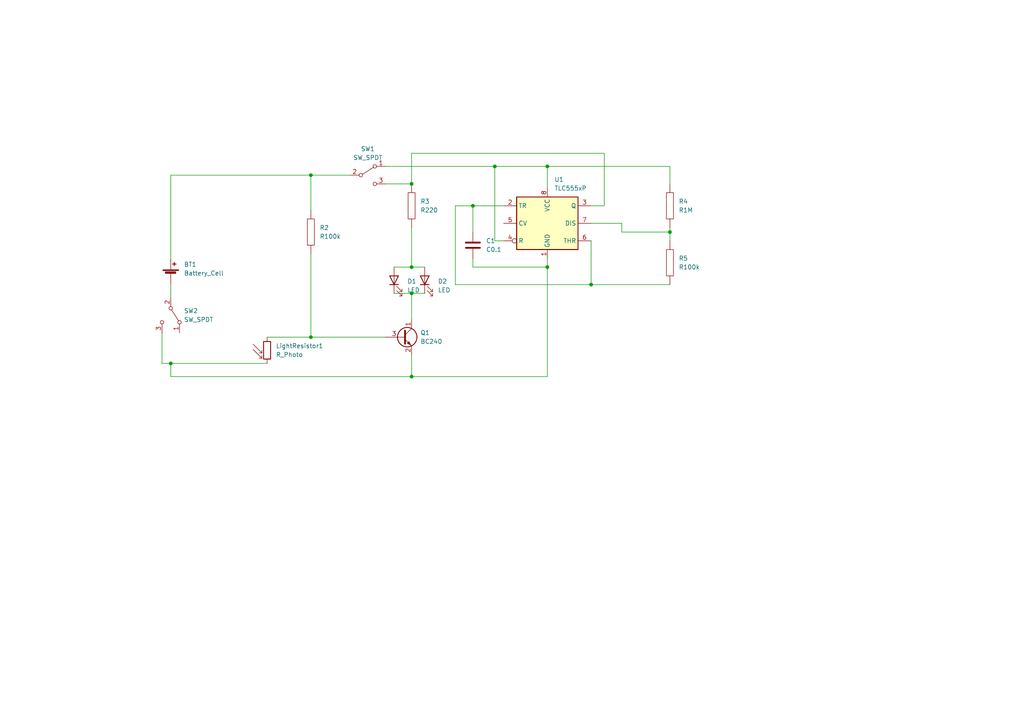
<source format=kicad_sch>
(kicad_sch (version 20211123) (generator eeschema)
  (paper "A4")
  (lib_symbols
    (symbol "Device:Battery_Cell" (pin_numbers hide) (pin_names (offset 0) hide)
      (property "Reference" "BT" (at 2.54 2.54 0))
      (property "Value" "Battery_Cell" (at 2.54 0 0))
      (symbol "Battery_Cell_0_1"
        (rectangle (start -2.286 1.778) (end 2.286 1.524) (fill (type outline)))
        (rectangle (start -1.5748 1.1938) (end 1.4732 0.6858) (fill (type outline)))
        (polyline (pts (xy 0 0.762) (xy 0 0)))
        (polyline (pts (xy 0 1.778) (xy 0 2.54)))
        (polyline (pts (xy 0.508 3.429) (xy 1.524 3.429)) (stroke (width 0.254)))
        (polyline (pts (xy 1.016 3.937) (xy 1.016 2.921)) (stroke (width 0.254)))
      )
      (symbol "Battery_Cell_1_1"
        (pin passive line (at 0 5.08 270) (length 2.54) (name "+") (number "1"))
        (pin passive line (at 0 -2.54 90) (length 2.54) (name "-") (number "2"))
      )
    )
    (symbol "Device:C" (pin_numbers hide) (pin_names (offset 0.254))
      (property "Reference" "C" (at 0.635 2.54 0))
      (property "Value" "C" (at 0.635 -2.54 0))
      (symbol "C_0_1"
        (polyline (pts (xy -2.032 -0.762) (xy 2.032 -0.762)) (stroke (width 0.508)))
        (polyline (pts (xy -2.032 0.762) (xy 2.032 0.762)) (stroke (width 0.508)))
      )
      (symbol "C_1_1"
        (pin passive line (at 0 3.81 270) (length 2.794) (name "~") (number "1"))
        (pin passive line (at 0 -3.81 90) (length 2.794) (name "~") (number "2"))
      )
    )
    (symbol "Device:LED" (pin_numbers hide) (pin_names (offset 1.016) hide)
      (property "Reference" "D" (at 0 2.54 0))
      (property "Value" "LED" (at 0 -2.54 0))
      (symbol "LED_0_1"
        (polyline (pts (xy -1.27 -1.27) (xy -1.27 1.27)) (stroke (width 0.254)))
        (polyline (pts (xy -1.27 0) (xy 1.27 0)))
        (polyline (pts (xy 1.27 -1.27) (xy 1.27 1.27) (xy -1.27 0) (xy 1.27 -1.27)) (stroke (width 0.254)))
        (polyline (pts (xy -3.048 -0.762) (xy -4.572 -2.286) (xy -3.81 -2.286) (xy -4.572 -2.286) (xy -4.572 -1.524)))
        (polyline (pts (xy -1.778 -0.762) (xy -3.302 -2.286) (xy -2.54 -2.286) (xy -3.302 -2.286) (xy -3.302 -1.524)))
      )
      (symbol "LED_1_1"
        (pin passive line (at -3.81 0 0) (length 2.54) (name "K") (number "1"))
        (pin passive line (at 3.81 0 180) (length 2.54) (name "A") (number "2"))
      )
    )
    (symbol "Device:R_Photo" (pin_numbers hide) (pin_names (offset 0))
      (property "Reference" "R" (at 1.27 1.27 0))
      (property "Value" "R_Photo" (at 1.27 0 0))
      (symbol "R_Photo_0_1"
        (rectangle (start -1.016 2.54) (end 1.016 -2.54) (stroke (width 0.254)))
        (polyline (pts (xy -1.524 -2.286) (xy -4.064 0.254)))
        (polyline (pts (xy -1.524 -2.286) (xy -2.286 -2.286)))
        (polyline (pts (xy -1.524 -2.286) (xy -1.524 -1.524)))
        (polyline (pts (xy -1.524 -0.762) (xy -4.064 1.778)))
        (polyline (pts (xy -1.524 -0.762) (xy -2.286 -0.762)))
        (polyline (pts (xy -1.524 -0.762) (xy -1.524 0)))
      )
      (symbol "R_Photo_1_1"
        (pin passive line (at 0 3.81 270) (length 1.27) (name "~") (number "1"))
        (pin passive line (at 0 -3.81 90) (length 1.27) (name "~") (number "2"))
      )
    )
    (symbol "Switch:SW_SPDT" (pin_names (offset 0) hide)
      (property "Reference" "SW" (at 0 4.318 0))
      (property "Value" "SW_SPDT" (at 0 -5.08 0))
      (symbol "SW_SPDT_0_0"
        (circle (center -2.032 0) (radius 0.508))
        (circle (center 2.032 -2.54) (radius 0.508))
      )
      (symbol "SW_SPDT_0_1"
        (polyline (pts (xy -1.524 0.254) (xy 1.651 2.286)))
        (circle (center 2.032 2.54) (radius 0.508))
      )
      (symbol "SW_SPDT_1_1"
        (pin passive line (at 5.08 2.54 180) (length 2.54) (name "A") (number "1"))
        (pin passive line (at -5.08 0 0) (length 2.54) (name "B") (number "2"))
        (pin passive line (at 5.08 -2.54 180) (length 2.54) (name "C") (number "3"))
      )
    )
    (symbol "Timer:TLC555xP"
      (property "Reference" "U" (at -10.16 8.89 0))
      (property "Value" "TLC555xP" (at 2.54 8.89 0))
      (symbol "TLC555xP_0_0"
        (pin power_in line (at 0 -10.16 90) (length 2.54) (name "GND") (number "1"))
        (pin power_in line (at 0 10.16 270) (length 2.54) (name "VCC") (number "8"))
      )
      (symbol "TLC555xP_0_1"
        (rectangle (start -8.89 -7.62) (end 8.89 7.62) (stroke (width 0.254)) (fill (type background)))
        (rectangle (start -8.89 -7.62) (end 8.89 7.62) (stroke (width 0.254)) (fill (type background)))
      )
      (symbol "TLC555xP_1_1"
        (pin input line (at -12.7 5.08 0) (length 3.81) (name "TR") (number "2"))
        (pin output line (at 12.7 5.08 180) (length 3.81) (name "Q") (number "3"))
        (pin input inverted (at -12.7 -5.08 0) (length 3.81) (name "R") (number "4"))
        (pin input line (at -12.7 0 0) (length 3.81) (name "CV") (number "5"))
        (pin input line (at 12.7 -5.08 180) (length 3.81) (name "THR") (number "6"))
        (pin input line (at 12.7 0 180) (length 3.81) (name "DIS") (number "7"))
      )
    )
    (symbol "Transistor_BJT:BC240" (pin_names (offset 0) hide)
      (property "Reference" "Q" (at 5.08 1.905 0))
      (property "Value" "BC240" (at 5.08 0 0))
      (symbol "BC240_0_1"
        (polyline (pts (xy 0 0) (xy 0.635 0)))
        (polyline (pts (xy 0.635 0.635) (xy 2.54 2.54)))
        (polyline (pts (xy 0.635 -0.635) (xy 2.54 -2.54) (xy 2.54 -2.54)))
        (polyline (pts (xy 0.635 1.905) (xy 0.635 -1.905) (xy 0.635 -1.905)) (stroke (width 0.508)))
        (polyline (pts (xy 1.27 -1.778) (xy 1.778 -1.27) (xy 2.286 -2.286) (xy 1.27 -1.778) (xy 1.27 -1.778)) (fill (type outline)))
        (circle (center 1.27 0) (radius 2.8194) (stroke (width 0.254)))
      )
      (symbol "BC240_1_1"
        (pin passive line (at 2.54 5.08 270) (length 2.54) (name "C") (number "1"))
        (pin passive line (at 2.54 -5.08 90) (length 2.54) (name "E") (number "2"))
        (pin input line (at -5.08 0 0) (length 5.08) (name "B") (number "3"))
      )
    )
    (symbol "pspice:R" (pin_numbers hide) (pin_names (offset 0))
      (property "Reference" "R" (at 2.032 0 90))
      (property "Value" "R" (at 0 0 90))
      (symbol "R_0_1"
        (rectangle (start -1.016 3.81) (end 1.016 -3.81))
      )
      (symbol "R_1_1"
        (pin passive line (at 0 6.35 270) (length 2.54) (name "~") (number "1"))
        (pin passive line (at 0 -6.35 90) (length 2.54) (name "~") (number "2"))
      )
    )
  )
  (junction (at 143.51 48.26))
  (junction (at 158.75 48.26))
  (junction (at 119.38 85.09))
  (junction (at 119.38 53.34))
  (junction (at 90.17 50.8))
  (junction (at 137.16 59.69))
  (junction (at 119.38 109.22))
  (junction (at 158.75 77.47))
  (junction (at 49.53 105.41))
  (junction (at 90.17 97.79))
  (junction (at 119.38 77.47))
  (junction (at 171.45 82.55))
  (junction (at 194.31 67.31))
  (wire (pts (xy 49.53 82.55) (xy 49.53 86.36)))
  (wire (pts (xy 49.53 50.8) (xy 90.17 50.8)))
  (wire (pts (xy 194.31 67.31) (xy 194.31 69.85)))
  (wire (pts (xy 158.75 48.26) (xy 158.75 54.61)))
  (wire (pts (xy 143.51 48.26) (xy 158.75 48.26)))
  (wire (pts (xy 132.08 59.69) (xy 137.16 59.69)))
  (wire (pts (xy 132.08 82.55) (xy 171.45 82.55)))
  (wire (pts (xy 49.53 109.22) (xy 49.53 105.41)))
  (wire (pts (xy 137.16 74.93) (xy 137.16 77.47)))
  (wire (pts (xy 158.75 77.47) (xy 158.75 109.22)))
  (wire (pts (xy 46.99 105.41) (xy 49.53 105.41)))
  (wire (pts (xy 119.38 66.04) (xy 119.38 77.47)))
  (wire (pts (xy 90.17 73.66) (xy 90.17 97.79)))
  (wire (pts (xy 49.53 50.8) (xy 49.53 74.93)))
  (wire (pts (xy 171.45 82.55) (xy 194.31 82.55)))
  (wire (pts (xy 171.45 64.77) (xy 180.34 64.77)))
  (wire (pts (xy 132.08 82.55) (xy 132.08 59.69)))
  (wire (pts (xy 90.17 97.79) (xy 77.47 97.79)))
  (wire (pts (xy 119.38 85.09) (xy 119.38 92.71)))
  (wire (pts (xy 171.45 69.85) (xy 171.45 82.55)))
  (wire (pts (xy 194.31 48.26) (xy 194.31 53.34)))
  (wire (pts (xy 119.38 44.45) (xy 175.26 44.45)))
  (wire (pts (xy 158.75 48.26) (xy 194.31 48.26)))
  (wire (pts (xy 175.26 59.69) (xy 171.45 59.69)))
  (wire (pts (xy 119.38 85.09) (xy 123.19 85.09)))
  (wire (pts (xy 46.99 96.52) (xy 46.99 105.41)))
  (wire (pts (xy 194.31 66.04) (xy 194.31 67.31)))
  (wire (pts (xy 119.38 53.34) (xy 119.38 44.45)))
  (wire (pts (xy 111.76 48.26) (xy 143.51 48.26)))
  (wire (pts (xy 111.76 53.34) (xy 119.38 53.34)))
  (wire (pts (xy 90.17 50.8) (xy 101.6 50.8)))
  (wire (pts (xy 143.51 69.85) (xy 143.51 48.26)))
  (wire (pts (xy 180.34 64.77) (xy 180.34 67.31)))
  (wire (pts (xy 90.17 50.8) (xy 90.17 60.96)))
  (wire (pts (xy 158.75 109.22) (xy 119.38 109.22)))
  (wire (pts (xy 90.17 97.79) (xy 111.76 97.79)))
  (wire (pts (xy 119.38 109.22) (xy 49.53 109.22)))
  (wire (pts (xy 180.34 67.31) (xy 194.31 67.31)))
  (wire (pts (xy 77.47 105.41) (xy 49.53 105.41)))
  (wire (pts (xy 114.3 85.09) (xy 119.38 85.09)))
  (wire (pts (xy 175.26 44.45) (xy 175.26 59.69)))
  (wire (pts (xy 137.16 77.47) (xy 158.75 77.47)))
  (wire (pts (xy 119.38 77.47) (xy 123.19 77.47)))
  (wire (pts (xy 137.16 59.69) (xy 137.16 67.31)))
  (wire (pts (xy 119.38 102.87) (xy 119.38 109.22)))
  (wire (pts (xy 114.3 77.47) (xy 119.38 77.47)))
  (wire (pts (xy 158.75 77.47) (xy 158.75 74.93)))
  (wire (pts (xy 137.16 59.69) (xy 146.05 59.69)))
  (wire (pts (xy 146.05 69.85) (xy 143.51 69.85)))
  (symbol (lib_id "Device:Battery_Cell") (at 49.53 80.01 0) (unit 1)
    (property "Reference" "BT1" (at 53.34 76.7079 0) (effects (justify left)))
    (property "Value" "Battery_Cell" (at 53.34 79.2479 0) (effects (justify left)))
    (property "Footprint" "Battery:BatteryHolder_ComfortableElectronic_CH273-2450_1x2450" (effects hide))
  )
  (symbol (lib_id "Switch:SW_SPDT") (at 49.53 91.44 270) (unit 1)
    (property "Reference" "SW2" (at 53.34 90.1699 90) (effects (justify left)))
    (property "Value" "SW_SPDT" (at 53.34 92.7099 90) (effects (justify left)))
    (property "Footprint" "Button_Switch_THT:SW_Slide_1P2T_CK_OS102011MS2Q" (effects hide))
  )
  (symbol (lib_id "pspice:R") (at 194.31 76.2 0) (unit 1)
    (property "Reference" "R5" (at 196.85 74.9299 0) (effects (justify left)))
    (property "Value" "R100k" (at 196.85 77.4699 0) (effects (justify left)))
    (property "Footprint" "Resistor_THT:R_Axial_DIN0204_L3.6mm_D1.6mm_P7.62mm_Horizontal" (effects hide))
  )
  (symbol (lib_id "Device:C") (at 137.16 71.12 0) (unit 1)
    (property "Reference" "C1" (at 140.97 69.8499 0) (effects (justify left)))
    (property "Value" "C0.1" (at 140.97 72.3899 0) (effects (justify left)))
    (property "Footprint" "Capacitor_THT:CP_Radial_D8.0mm_P3.80mm" (effects hide))
  )
  (symbol (lib_id "Timer:TLC555xP") (at 158.75 64.77 0) (unit 1)
    (property "Reference" "U1" (at 160.7694 52.07 0) (effects (justify left)))
    (property "Value" "TLC555xP" (at 160.7694 54.61 0) (effects (justify left)))
    (property "Footprint" "Package_DIP:DIP-8_W7.62mm" (effects hide))
    (property "Datasheet" "http://www.ti.com/lit/ds/symlink/tlc555.pdf" (effects hide))
  )
  (symbol (lib_id "Device:LED") (at 114.3 81.28 90) (unit 1)
    (property "Reference" "D1" (at 118.11 81.5974 90) (effects (justify right)))
    (property "Value" "LED" (at 118.11 84.1374 90) (effects (justify right)))
    (property "Footprint" "LED_THT:LED_D5.0mm" (effects hide))
  )
  (symbol (lib_id "Transistor_BJT:BC240") (at 116.84 97.79 0) (unit 1)
    (property "Reference" "Q1" (at 121.92 96.5199 0) (effects (justify left)))
    (property "Value" "BC240" (at 121.92 99.0599 0) (effects (justify left)))
    (property "Footprint" "Package_TO_SOT_THT:TO-92_Inline" (effects hide))
    (property "Datasheet" "https://www.onsemi.com/pub/Collateral/BF420-D.PDF" (effects hide))
  )
  (symbol (lib_id "pspice:R") (at 90.17 67.31 0) (unit 1)
    (property "Reference" "R2" (at 92.71 66.0399 0) (effects (justify left)))
    (property "Value" "R100k" (at 92.71 68.5799 0) (effects (justify left)))
    (property "Footprint" "Resistor_THT:R_Axial_DIN0204_L3.6mm_D1.6mm_P7.62mm_Horizontal" (effects hide))
  )
  (symbol (lib_id "pspice:R") (at 119.38 59.69 0) (unit 1)
    (property "Reference" "R3" (at 121.92 58.4199 0) (effects (justify left)))
    (property "Value" "R220" (at 121.92 60.9599 0) (effects (justify left)))
    (property "Footprint" "Resistor_THT:R_Axial_DIN0204_L3.6mm_D1.6mm_P7.62mm_Horizontal" (effects hide))
  )
  (symbol (lib_id "pspice:R") (at 194.31 59.69 0) (unit 1)
    (property "Reference" "R4" (at 196.85 58.4199 0) (effects (justify left)))
    (property "Value" "R1M" (at 196.85 60.9599 0) (effects (justify left)))
    (property "Footprint" "Resistor_THT:R_Axial_DIN0204_L3.6mm_D1.6mm_P7.62mm_Horizontal" (effects hide))
  )
  (symbol (lib_id "Device:R_Photo") (at 77.47 101.6 0) (unit 1)
    (property "Reference" "LightResistor1" (at 80.01 100.3299 0) (effects (justify left)))
    (property "Value" "R_Photo" (at 80.01 102.8699 0) (effects (justify left)))
    (property "Footprint" "Resistor_THT:R_Axial_DIN0204_L3.6mm_D1.6mm_P5.08mm_Vertical" (effects hide))
  )
  (symbol (lib_id "Switch:SW_SPDT") (at 106.68 50.8 0) (unit 1)
    (property "Reference" "SW1" (at 106.68 43.18 0))
    (property "Value" "SW_SPDT" (at 106.68 45.72 0))
    (property "Footprint" "Button_Switch_THT:SW_Slide_1P2T_CK_OS102011MS2Q" (effects hide))
  )
  (symbol (lib_id "Device:LED") (at 123.19 81.28 90) (unit 1)
    (property "Reference" "D2" (at 127 81.5974 90) (effects (justify right)))
    (property "Value" "LED" (at 127 84.1374 90) (effects (justify right)))
    (property "Footprint" "LED_THT:LED_D5.0mm" (effects hide))
  )
)
</source>
